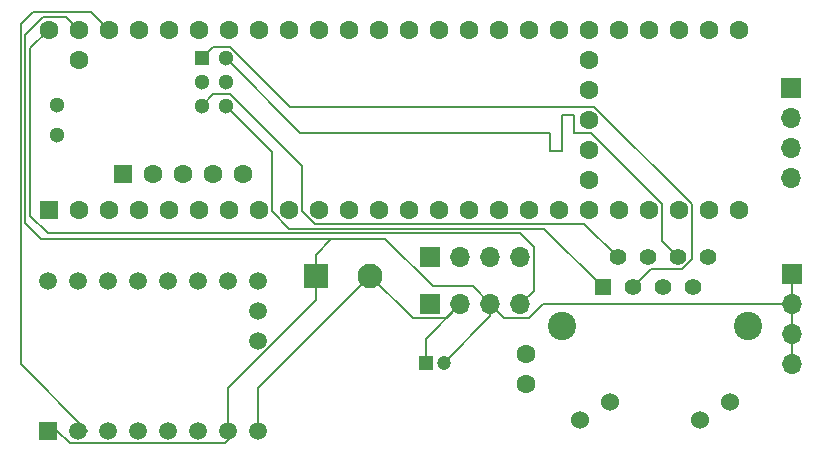
<source format=gbl>
%TF.GenerationSoftware,KiCad,Pcbnew,8.0.1*%
%TF.CreationDate,2024-05-05T16:57:19-04:00*%
%TF.ProjectId,arm,61726d2e-6b69-4636-9164-5f7063625858,rev?*%
%TF.SameCoordinates,Original*%
%TF.FileFunction,Copper,L2,Bot*%
%TF.FilePolarity,Positive*%
%FSLAX46Y46*%
G04 Gerber Fmt 4.6, Leading zero omitted, Abs format (unit mm)*
G04 Created by KiCad (PCBNEW 8.0.1) date 2024-05-05 16:57:19*
%MOMM*%
%LPD*%
G01*
G04 APERTURE LIST*
G04 Aperture macros list*
%AMRoundRect*
0 Rectangle with rounded corners*
0 $1 Rounding radius*
0 $2 $3 $4 $5 $6 $7 $8 $9 X,Y pos of 4 corners*
0 Add a 4 corners polygon primitive as box body*
4,1,4,$2,$3,$4,$5,$6,$7,$8,$9,$2,$3,0*
0 Add four circle primitives for the rounded corners*
1,1,$1+$1,$2,$3*
1,1,$1+$1,$4,$5*
1,1,$1+$1,$6,$7*
1,1,$1+$1,$8,$9*
0 Add four rect primitives between the rounded corners*
20,1,$1+$1,$2,$3,$4,$5,0*
20,1,$1+$1,$4,$5,$6,$7,0*
20,1,$1+$1,$6,$7,$8,$9,0*
20,1,$1+$1,$8,$9,$2,$3,0*%
G04 Aperture macros list end*
%TA.AperFunction,ComponentPad*%
%ADD10RoundRect,0.250001X-0.799999X-0.799999X0.799999X-0.799999X0.799999X0.799999X-0.799999X0.799999X0*%
%TD*%
%TA.AperFunction,ComponentPad*%
%ADD11C,2.100000*%
%TD*%
%TA.AperFunction,ComponentPad*%
%ADD12R,1.200000X1.200000*%
%TD*%
%TA.AperFunction,ComponentPad*%
%ADD13C,1.200000*%
%TD*%
%TA.AperFunction,ComponentPad*%
%ADD14C,1.600000*%
%TD*%
%TA.AperFunction,ComponentPad*%
%ADD15R,1.700000X1.700000*%
%TD*%
%TA.AperFunction,ComponentPad*%
%ADD16O,1.700000X1.700000*%
%TD*%
%TA.AperFunction,ComponentPad*%
%ADD17R,1.600000X1.600000*%
%TD*%
%TA.AperFunction,ComponentPad*%
%ADD18R,1.300000X1.300000*%
%TD*%
%TA.AperFunction,ComponentPad*%
%ADD19C,1.300000*%
%TD*%
%TA.AperFunction,ComponentPad*%
%ADD20R,1.508000X1.508000*%
%TD*%
%TA.AperFunction,ComponentPad*%
%ADD21C,1.508000*%
%TD*%
%TA.AperFunction,ComponentPad*%
%ADD22R,1.398000X1.398000*%
%TD*%
%TA.AperFunction,ComponentPad*%
%ADD23C,1.398000*%
%TD*%
%TA.AperFunction,ComponentPad*%
%ADD24C,1.530000*%
%TD*%
%TA.AperFunction,ComponentPad*%
%ADD25C,2.400000*%
%TD*%
%TA.AperFunction,Conductor*%
%ADD26C,0.200000*%
%TD*%
G04 APERTURE END LIST*
D10*
X98700000Y-94075000D03*
D11*
X103300000Y-94075000D03*
D12*
X108000000Y-101500000D03*
D13*
X109500000Y-101500000D03*
D14*
X116500000Y-100750000D03*
X116500000Y-103250000D03*
D15*
X108380000Y-96500000D03*
D16*
X110920000Y-96500000D03*
X113460000Y-96500000D03*
X116000000Y-96500000D03*
D15*
X108380000Y-92500000D03*
D16*
X110920000Y-92500000D03*
X113460000Y-92500000D03*
X116000000Y-92500000D03*
D17*
X76080000Y-88500000D03*
D14*
X78620000Y-88500000D03*
X81160000Y-88500000D03*
X83700000Y-88500000D03*
X86240000Y-88500000D03*
X88780000Y-88500000D03*
X91320000Y-88500000D03*
X93860000Y-88500000D03*
X96400000Y-88500000D03*
X98940000Y-88500000D03*
X101480000Y-88500000D03*
X104020000Y-88500000D03*
X106560000Y-88500000D03*
X109100000Y-88500000D03*
X111640000Y-88500000D03*
X114180000Y-88500000D03*
X116720000Y-88500000D03*
X119260000Y-88500000D03*
X121800000Y-88500000D03*
X124340000Y-88500000D03*
X126880000Y-88500000D03*
X129420000Y-88500000D03*
X131960000Y-88500000D03*
X134500000Y-88500000D03*
X134500000Y-73260000D03*
X131960000Y-73260000D03*
X129420000Y-73260000D03*
X126880000Y-73260000D03*
X124340000Y-73260000D03*
X121800000Y-73260000D03*
X119260000Y-73260000D03*
X116720000Y-73260000D03*
X114180000Y-73260000D03*
X111640000Y-73260000D03*
X109100000Y-73260000D03*
X106560000Y-73260000D03*
X104020000Y-73260000D03*
X101480000Y-73260000D03*
X98940000Y-73260000D03*
X96400000Y-73260000D03*
X93860000Y-73260000D03*
X91320000Y-73260000D03*
X88780000Y-73260000D03*
X86240000Y-73260000D03*
X83700000Y-73260000D03*
X81160000Y-73260000D03*
X78620000Y-73260000D03*
X76080000Y-73260000D03*
X78620000Y-75800000D03*
X121800000Y-85960000D03*
X121800000Y-83420000D03*
X121800000Y-80880000D03*
X121800000Y-78340000D03*
X121800000Y-75800000D03*
D17*
X82379200Y-85449200D03*
D14*
X84919200Y-85449200D03*
X87459200Y-85449200D03*
X89999200Y-85449200D03*
X92539200Y-85449200D03*
D18*
X89050000Y-75698400D03*
D19*
X89050000Y-77698400D03*
X89050000Y-79698400D03*
X91050000Y-79698400D03*
X91050000Y-77698400D03*
X91050000Y-75698400D03*
X76810000Y-79610000D03*
X76810000Y-82150000D03*
D15*
X138900000Y-78180000D03*
D16*
X138900000Y-80720000D03*
X138900000Y-83260000D03*
X138900000Y-85800000D03*
D15*
X139000000Y-93960000D03*
D16*
X139000000Y-96500000D03*
X139000000Y-99040000D03*
X139000000Y-101580000D03*
D20*
X76000000Y-107200000D03*
D21*
X78540000Y-107200000D03*
X81080000Y-107200000D03*
X83620000Y-107200000D03*
X86160000Y-107200000D03*
X88700000Y-107200000D03*
X91240000Y-107200000D03*
X93780000Y-107200000D03*
X76000000Y-94500000D03*
X78540000Y-94500000D03*
X81080000Y-94500000D03*
X83620000Y-94500000D03*
X86160000Y-94500000D03*
X88700000Y-94500000D03*
X91240000Y-94500000D03*
X93780000Y-94500000D03*
X93780000Y-99580000D03*
X93780000Y-97040000D03*
D22*
X122960000Y-95040000D03*
D23*
X124230000Y-92500000D03*
X125500000Y-95040000D03*
X126770000Y-92500000D03*
X128040000Y-95040000D03*
X129310000Y-92500000D03*
X130580000Y-95040000D03*
X131850000Y-92500000D03*
D24*
X121080000Y-106290000D03*
X123595000Y-104770000D03*
X131215000Y-106290000D03*
X133730000Y-104770000D03*
D25*
X135280000Y-98340000D03*
X119530000Y-98340000D03*
D26*
X120532183Y-82032183D02*
X120500000Y-82000000D01*
X129310000Y-92500000D02*
X127980000Y-91170000D01*
X119500000Y-80500000D02*
X119500000Y-83500000D01*
X120500000Y-80500000D02*
X119500000Y-80500000D01*
X97351600Y-82000000D02*
X91050000Y-75698400D01*
X127980000Y-88044365D02*
X121967817Y-82032183D01*
X120500000Y-82000000D02*
X120500000Y-80500000D01*
X118500000Y-82000000D02*
X97351600Y-82000000D01*
X118500000Y-83500000D02*
X118500000Y-82000000D01*
X121967817Y-82032183D02*
X120532183Y-82032183D01*
X119500000Y-83500000D02*
X118500000Y-83500000D01*
X127980000Y-91170000D02*
X127980000Y-88044365D01*
X129723800Y-93499000D02*
X130520000Y-92702800D01*
X125500000Y-95040000D02*
X127041000Y-93499000D01*
X127041000Y-93499000D02*
X129723800Y-93499000D01*
X130520000Y-88044365D02*
X122255635Y-79780000D01*
X130520000Y-92702800D02*
X130520000Y-88044365D01*
X122255635Y-79780000D02*
X96475103Y-79780000D01*
X90000000Y-74748400D02*
X89050000Y-75698400D01*
X91443503Y-74748400D02*
X90000000Y-74748400D01*
X96475103Y-79780000D02*
X91443503Y-74748400D01*
X95000000Y-83648400D02*
X91050000Y-79698400D01*
X118020000Y-90100000D02*
X96444365Y-90100000D01*
X122960000Y-95040000D02*
X118020000Y-90100000D01*
X95000000Y-88655635D02*
X95000000Y-83648400D01*
X96444365Y-90100000D02*
X95000000Y-88655635D01*
X121430000Y-89700000D02*
X98584365Y-89700000D01*
X91443503Y-78748400D02*
X90000000Y-78748400D01*
X98584365Y-89700000D02*
X97500000Y-88615635D01*
X90000000Y-78748400D02*
X89050000Y-79698400D01*
X124230000Y-92500000D02*
X121430000Y-89700000D01*
X97500000Y-84804897D02*
X91443503Y-78748400D01*
X97500000Y-88615635D02*
X97500000Y-84804897D01*
X117150000Y-95350000D02*
X117150000Y-91650000D01*
X117150000Y-91650000D02*
X116000000Y-90500000D01*
X116000000Y-90500000D02*
X76000000Y-90500000D01*
X116000000Y-96500000D02*
X117150000Y-95350000D01*
X74500000Y-89000000D02*
X74500000Y-74840000D01*
X76000000Y-90500000D02*
X74500000Y-89000000D01*
X74500000Y-74840000D02*
X76080000Y-73260000D01*
X73700000Y-101560000D02*
X79340000Y-107200000D01*
X81160000Y-73260000D02*
X79660000Y-71760000D01*
X79660000Y-71760000D02*
X74740000Y-71760000D01*
X74740000Y-71760000D02*
X73700000Y-72800000D01*
X73700000Y-72800000D02*
X73700000Y-101560000D01*
X108000000Y-101500000D02*
X108000000Y-99420000D01*
X106875000Y-97650000D02*
X103300000Y-94075000D01*
X109770000Y-97650000D02*
X106875000Y-97650000D01*
X110920000Y-96500000D02*
X109770000Y-97650000D01*
X103300000Y-94075000D02*
X93780000Y-103595000D01*
X93780000Y-103595000D02*
X93780000Y-107200000D01*
X108000000Y-99420000D02*
X110920000Y-96500000D01*
X117900000Y-96500000D02*
X139000000Y-96500000D01*
X75624365Y-72160000D02*
X74100000Y-73684365D01*
X116750000Y-97650000D02*
X117900000Y-96500000D01*
X113460000Y-97540000D02*
X113460000Y-96500000D01*
X109500000Y-101500000D02*
X113460000Y-97540000D01*
X78620000Y-73260000D02*
X77520000Y-72160000D01*
X114610000Y-97650000D02*
X116750000Y-97650000D01*
X77520000Y-72160000D02*
X75624365Y-72160000D01*
X98700000Y-94075000D02*
X98700000Y-96150582D01*
X74100000Y-89665685D02*
X75434315Y-91000000D01*
X77854000Y-108254000D02*
X90986000Y-108254000D01*
X98700000Y-92300000D02*
X100000000Y-91000000D01*
X75434315Y-91000000D02*
X100000000Y-91000000D01*
X100000000Y-91000000D02*
X104580000Y-91000000D01*
X139000000Y-93960000D02*
X139000000Y-101580000D01*
X108580000Y-95000000D02*
X111960000Y-95000000D01*
X113460000Y-96500000D02*
X114610000Y-97650000D01*
X91240000Y-103610582D02*
X91240000Y-107200000D01*
X98700000Y-96150582D02*
X91240000Y-103610582D01*
X90986000Y-108254000D02*
X92040000Y-107200000D01*
X98700000Y-94075000D02*
X98700000Y-92300000D01*
X76800000Y-107200000D02*
X77854000Y-108254000D01*
X104580000Y-91000000D02*
X108580000Y-95000000D01*
X74100000Y-73684365D02*
X74100000Y-89665685D01*
X111960000Y-95000000D02*
X113460000Y-96500000D01*
M02*

</source>
